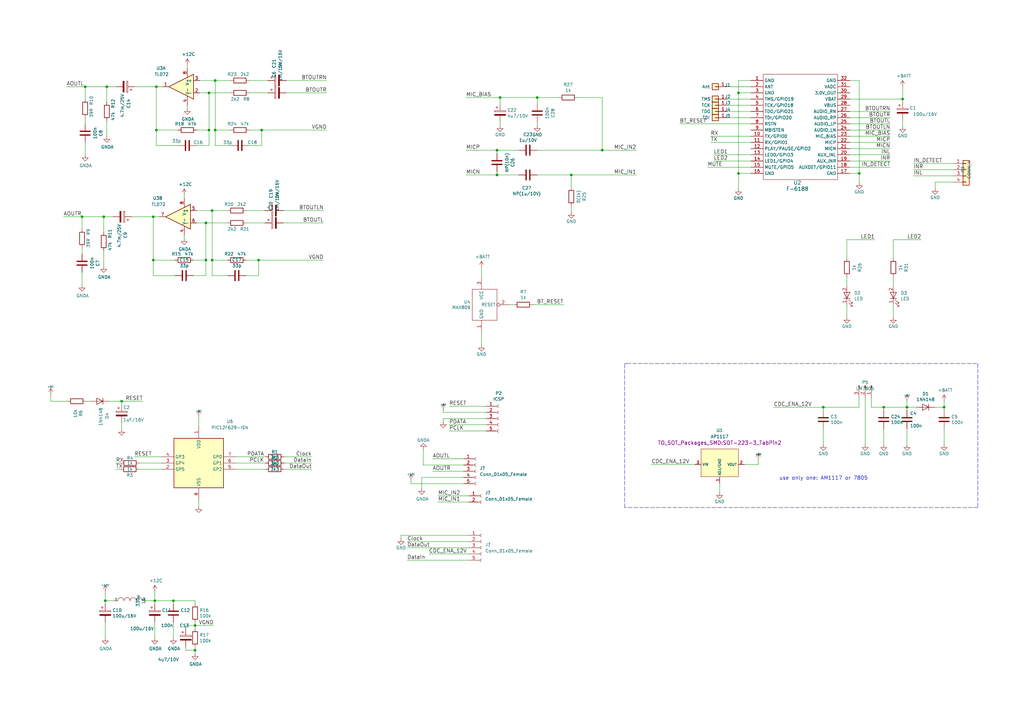
<source format=kicad_sch>
(kicad_sch (version 20211123) (generator eeschema)
  (paper "A3")
  (title_block (date "12 mar 2014"))
  (junction (at 362.458 167.005))
  (junction (at 34.925 35.56))
  (junction (at 107.315 53.34))
  (junction (at 71.12 246.38))
  (junction (at 86.995 86.36))
  (junction (at 64.135 53.34))
  (junction (at 85.725 53.34))
  (junction (at 220.345 40.005))
  (junction (at 86.995 106.68))
  (junction (at 387.223 167.005))
  (junction (at 203.835 71.755))
  (junction (at 64.135 35.56))
  (junction (at 203.835 61.595))
  (junction (at 49.8856 164.5666))
  (junction (at 234.315 71.755))
  (junction (at 302.895 38.1))
  (junction (at 84.455 106.68))
  (junction (at 88.265 33.02))
  (junction (at 43.18 246.38))
  (junction (at 80.01 256.54))
  (junction (at 63.5 246.38))
  (junction (at 33.655 88.9))
  (junction (at 247.015 61.595))
  (junction (at 43.815 35.56))
  (junction (at 352.425 71.12))
  (junction (at 371.983 167.005))
  (junction (at 370.205 40.64))
  (junction (at 302.895 71.12))
  (junction (at 42.545 88.9))
  (junction (at 62.865 88.9))
  (junction (at 80.01 266.7))
  (junction (at 84.455 91.44))
  (junction (at 205.105 40.005))
  (junction (at 85.725 38.1))
  (junction (at 88.265 53.34))
  (junction (at 106.045 106.68))
  (junction (at 337.693 167.005))
  (junction (at 62.865 106.68))
  (wire (pts (xy 391.16 67.056) (xy 374.65 67.056)))
  (wire (pts (xy 84.455 91.44) (xy 93.345 91.44)))
  (wire (pts (xy 73.025 53.34) (xy 64.135 53.34)))
  (wire (pts (xy 84.455 91.44) (xy 84.455 106.68)))
  (wire (pts (xy 348.615 53.34) (xy 365.125 53.34)))
  (wire (pts (xy 49.8856 164.5666) (xy 58.547 164.5666)))
  (wire (pts (xy 387.223 164.465) (xy 387.223 167.005)))
  (wire (pts (xy 81.5086 205.1558) (xy 81.5086 207.6958)))
  (wire (pts (xy 63.5 242.57) (xy 63.5 246.38)))
  (wire (pts (xy 307.975 55.88) (xy 291.465 55.88)))
  (wire (pts (xy 20.828 164.5666) (xy 27.686 164.5666)))
  (wire (pts (xy 49.8856 164.5666) (xy 49.8856 165.8366)))
  (wire (pts (xy 33.655 101.6) (xy 33.655 104.14)))
  (polyline (pts (xy 257.175 149.098) (xy 401.066 149.098)) (stroke (width 0) (type dash)))
  (wire (pts (xy 220.345 42.545) (xy 220.345 40.005)))
  (wire (pts (xy 20.828 161.8996) (xy 20.828 164.5666)))
  (wire (pts (xy 88.265 53.34) (xy 88.265 59.69)))
  (wire (pts (xy 80.645 53.34) (xy 85.725 53.34)))
  (wire (pts (xy 71.12 246.38) (xy 80.01 246.38)))
  (wire (pts (xy 106.045 113.03) (xy 106.045 106.68)))
  (wire (pts (xy 181.8132 168.1988) (xy 181.8132 169.1386)))
  (wire (pts (xy 352.425 71.12) (xy 352.425 33.02)))
  (wire (pts (xy 164.465 219.583) (xy 164.465 220.853)))
  (wire (pts (xy 387.223 167.005) (xy 387.223 168.275)))
  (wire (pts (xy 33.655 116.84) (xy 33.655 111.76)))
  (wire (pts (xy 298.45 43.18) (xy 307.975 43.18)))
  (wire (pts (xy 71.12 246.38) (xy 71.12 247.65)))
  (wire (pts (xy 173.6344 190.7286) (xy 190.1444 190.7286)))
  (wire (pts (xy 362.458 167.005) (xy 362.458 168.275)))
  (wire (pts (xy 167.005 222.123) (xy 192.405 222.123)))
  (wire (pts (xy 84.455 106.68) (xy 84.455 113.03)))
  (wire (pts (xy 42.545 88.9) (xy 46.355 88.9)))
  (wire (pts (xy 347.345 124.968) (xy 347.345 130.048)))
  (wire (pts (xy 132.715 91.44) (xy 116.205 91.44)))
  (wire (pts (xy 62.865 88.9) (xy 62.865 106.68)))
  (polyline (pts (xy 256.159 208.153) (xy 256.159 149.098)) (stroke (width 0) (type dash)))
  (wire (pts (xy 383.54 74.676) (xy 391.16 74.676)))
  (wire (pts (xy 80.01 256.54) (xy 87.63 256.54)))
  (wire (pts (xy 191.135 40.005) (xy 205.105 40.005)))
  (wire (pts (xy 307.975 38.1) (xy 302.895 38.1)))
  (wire (pts (xy 347.345 105.918) (xy 347.345 98.298)))
  (wire (pts (xy 357.378 163.195) (xy 357.378 167.005)))
  (wire (pts (xy 234.315 86.995) (xy 234.315 84.455)))
  (wire (pts (xy 311.023 188.595) (xy 311.023 190.5)))
  (wire (pts (xy 203.835 61.595) (xy 191.135 61.595)))
  (wire (pts (xy 53.975 88.9) (xy 62.865 88.9)))
  (wire (pts (xy 43.815 41.91) (xy 43.815 35.56)))
  (wire (pts (xy 307.975 45.72) (xy 298.45 45.72)))
  (wire (pts (xy 44.7548 164.5666) (xy 49.8856 164.5666)))
  (wire (pts (xy 75.565 97.79) (xy 75.565 96.52)))
  (wire (pts (xy 71.12 255.27) (xy 71.12 261.62)))
  (wire (pts (xy 370.205 40.64) (xy 348.615 40.64)))
  (wire (pts (xy 197.485 113.538) (xy 197.485 109.728)))
  (wire (pts (xy 234.315 76.835) (xy 234.315 71.755)))
  (wire (pts (xy 100.965 86.36) (xy 108.585 86.36)))
  (wire (pts (xy 337.693 175.895) (xy 337.693 182.245)))
  (wire (pts (xy 81.5086 170.8658) (xy 81.5086 174.6758)))
  (wire (pts (xy 212.725 71.755) (xy 203.835 71.755)))
  (wire (pts (xy 337.693 167.005) (xy 352.298 167.005)))
  (wire (pts (xy 168.5544 198.3486) (xy 168.5544 197.0786)))
  (wire (pts (xy 164.465 219.583) (xy 192.405 219.583)))
  (wire (pts (xy 383.413 167.005) (xy 387.223 167.005)))
  (wire (pts (xy 133.985 33.02) (xy 117.475 33.02)))
  (wire (pts (xy 86.995 106.68) (xy 86.995 113.03)))
  (wire (pts (xy 88.265 33.02) (xy 88.265 53.34)))
  (wire (pts (xy 34.925 35.56) (xy 43.815 35.56)))
  (wire (pts (xy 85.725 38.1) (xy 85.725 53.34)))
  (wire (pts (xy 305.308 190.5) (xy 311.023 190.5)))
  (wire (pts (xy 203.835 62.865) (xy 203.835 61.595)))
  (wire (pts (xy 86.995 86.36) (xy 93.345 86.36)))
  (wire (pts (xy 102.235 59.69) (xy 107.315 59.69)))
  (wire (pts (xy 352.425 33.02) (xy 348.615 33.02)))
  (wire (pts (xy 199.4408 176.7586) (xy 184.2008 176.7586)))
  (wire (pts (xy 66.2686 192.4558) (xy 57.0738 192.4558)))
  (wire (pts (xy 179.6542 205.9178) (xy 192.3542 205.9178)))
  (wire (pts (xy 371.983 164.465) (xy 371.983 167.005)))
  (wire (pts (xy 307.975 66.04) (xy 292.735 66.04)))
  (wire (pts (xy 167.005 229.743) (xy 192.405 229.743)))
  (wire (pts (xy 348.615 66.04) (xy 365.125 66.04)))
  (wire (pts (xy 307.975 71.12) (xy 302.895 71.12)))
  (wire (pts (xy 298.45 48.26) (xy 307.975 48.26)))
  (wire (pts (xy 391.16 69.596) (xy 374.65 69.596)))
  (wire (pts (xy 199.4408 169.1386) (xy 181.8132 169.1386)))
  (wire (pts (xy 348.615 68.58) (xy 365.125 68.58)))
  (wire (pts (xy 85.725 38.1) (xy 94.615 38.1)))
  (wire (pts (xy 167.005 224.663) (xy 192.405 224.663)))
  (wire (pts (xy 76.2 265.43) (xy 76.2 266.7)))
  (wire (pts (xy 371.983 167.005) (xy 371.983 168.275)))
  (polyline (pts (xy 401.066 149.098) (xy 401.066 208.153)) (stroke (width 0) (type dash)))
  (wire (pts (xy 370.205 40.64) (xy 370.205 41.6814)))
  (wire (pts (xy 175.895 227.203) (xy 192.405 227.203)))
  (wire (pts (xy 76.835 26.67) (xy 76.835 27.94)))
  (wire (pts (xy 107.315 59.69) (xy 107.315 53.34)))
  (wire (pts (xy 64.135 35.56) (xy 64.135 53.34)))
  (wire (pts (xy 64.135 35.56) (xy 66.675 35.56)))
  (wire (pts (xy 62.865 106.68) (xy 62.865 113.03)))
  (wire (pts (xy 302.895 71.12) (xy 302.895 77.47)))
  (wire (pts (xy 75.565 80.01) (xy 75.565 81.28)))
  (wire (pts (xy 63.5 246.38) (xy 63.5 247.65)))
  (wire (pts (xy 205.105 51.435) (xy 205.105 50.165)))
  (wire (pts (xy 80.01 266.7) (xy 80.01 267.97)))
  (wire (pts (xy 348.615 50.8) (xy 365.125 50.8)))
  (wire (pts (xy 307.975 33.02) (xy 302.895 33.02)))
  (wire (pts (xy 34.925 63.5) (xy 34.925 58.42)))
  (wire (pts (xy 391.16 72.136) (xy 374.65 72.136)))
  (wire (pts (xy 80.645 86.36) (xy 86.995 86.36)))
  (wire (pts (xy 172.9994 200.2536) (xy 172.9994 195.8086)))
  (wire (pts (xy 362.458 167.005) (xy 371.983 167.005)))
  (wire (pts (xy 348.615 60.96) (xy 365.125 60.96)))
  (wire (pts (xy 348.615 55.88) (xy 365.125 55.88)))
  (wire (pts (xy 354.838 163.195) (xy 354.838 182.245)))
  (wire (pts (xy 348.615 45.72) (xy 365.125 45.72)))
  (wire (pts (xy 27.305 35.56) (xy 34.925 35.56)))
  (wire (pts (xy 203.835 70.485) (xy 203.835 71.755)))
  (wire (pts (xy 47.498 192.4558) (xy 49.4538 192.4558)))
  (wire (pts (xy 190.1444 188.1886) (xy 177.4444 188.1886)))
  (wire (pts (xy 278.765 50.8) (xy 307.975 50.8)))
  (wire (pts (xy 43.18 246.38) (xy 46.99 246.38)))
  (wire (pts (xy 43.18 242.57) (xy 43.18 246.38)))
  (polyline (pts (xy 256.159 149.098) (xy 257.175 149.098)) (stroke (width 0) (type dash)))
  (wire (pts (xy 352.298 163.195) (xy 352.298 167.005)))
  (wire (pts (xy 203.835 71.755) (xy 191.135 71.755)))
  (wire (pts (xy 66.2686 189.9158) (xy 57.1246 189.9158)))
  (wire (pts (xy 80.645 91.44) (xy 84.455 91.44)))
  (wire (pts (xy 102.235 33.02) (xy 109.855 33.02)))
  (wire (pts (xy 64.135 59.69) (xy 73.025 59.69)))
  (wire (pts (xy 100.965 91.44) (xy 108.585 91.44)))
  (wire (pts (xy 86.995 86.36) (xy 86.995 106.68)))
  (wire (pts (xy 199.4408 174.2186) (xy 184.2008 174.2186)))
  (wire (pts (xy 370.205 40.64) (xy 370.205 35.56)))
  (wire (pts (xy 205.105 40.005) (xy 220.345 40.005)))
  (wire (pts (xy 383.54 77.216) (xy 383.54 74.676)))
  (wire (pts (xy 366.395 98.298) (xy 377.825 98.298)))
  (wire (pts (xy 347.345 98.298) (xy 358.775 98.298)))
  (wire (pts (xy 108.8898 187.3758) (xy 96.7486 187.3758)))
  (wire (pts (xy 190.1444 193.2686) (xy 177.4444 193.2686)))
  (wire (pts (xy 96.7486 189.9158) (xy 108.8898 189.9158)))
  (wire (pts (xy 173.6344 184.3786) (xy 173.6344 190.7286)))
  (wire (pts (xy 88.265 59.69) (xy 94.615 59.69)))
  (wire (pts (xy 179.6542 203.3778) (xy 192.3542 203.3778)))
  (wire (pts (xy 63.5 246.38) (xy 71.12 246.38)))
  (wire (pts (xy 302.895 33.02) (xy 302.895 38.1)))
  (wire (pts (xy 102.235 53.34) (xy 107.315 53.34)))
  (wire (pts (xy 370.205 51.8414) (xy 370.205 49.3014)))
  (wire (pts (xy 80.01 256.54) (xy 80.01 257.81)))
  (wire (pts (xy 197.485 141.478) (xy 197.485 136.398)))
  (wire (pts (xy 35.306 164.5666) (xy 37.1348 164.5666)))
  (wire (pts (xy 96.7486 192.4558) (xy 108.8898 192.4558)))
  (wire (pts (xy 352.425 74.93) (xy 352.425 71.12)))
  (wire (pts (xy 43.18 255.27) (xy 43.18 261.62)))
  (wire (pts (xy 220.345 40.005) (xy 229.235 40.005)))
  (wire (pts (xy 85.725 59.69) (xy 80.645 59.69)))
  (wire (pts (xy 59.69 246.38) (xy 63.5 246.38)))
  (wire (pts (xy 362.458 175.895) (xy 362.458 182.245)))
  (wire (pts (xy 132.715 86.36) (xy 116.205 86.36)))
  (wire (pts (xy 387.223 182.245) (xy 387.223 175.895)))
  (wire (pts (xy 80.01 246.38) (xy 80.01 247.65)))
  (wire (pts (xy 93.345 106.68) (xy 86.995 106.68)))
  (wire (pts (xy 86.995 113.03) (xy 93.345 113.03)))
  (wire (pts (xy 366.395 105.918) (xy 366.395 98.298)))
  (wire (pts (xy 208.915 124.968) (xy 210.82 124.968)))
  (wire (pts (xy 34.925 40.64) (xy 34.925 35.56)))
  (wire (pts (xy 84.455 113.03) (xy 79.375 113.03)))
  (wire (pts (xy 79.375 106.68) (xy 84.455 106.68)))
  (wire (pts (xy 357.378 167.005) (xy 362.458 167.005)))
  (wire (pts (xy 43.815 55.88) (xy 43.815 49.53)))
  (wire (pts (xy 81.915 38.1) (xy 85.725 38.1)))
  (wire (pts (xy 348.615 71.12) (xy 352.425 71.12)))
  (wire (pts (xy 307.975 63.5) (xy 292.735 63.5)))
  (wire (pts (xy 220.345 51.435) (xy 220.345 50.165)))
  (wire (pts (xy 76.2 256.54) (xy 80.01 256.54)))
  (wire (pts (xy 371.983 167.005) (xy 375.793 167.005)))
  (wire (pts (xy 337.693 167.005) (xy 317.373 167.005)))
  (wire (pts (xy 116.5098 192.4558) (xy 127.8382 192.4558)))
  (wire (pts (xy 55.1434 187.3758) (xy 66.2686 187.3758)))
  (wire (pts (xy 302.895 38.1) (xy 302.895 71.12)))
  (wire (pts (xy 133.985 38.1) (xy 117.475 38.1)))
  (wire (pts (xy 55.245 35.56) (xy 64.135 35.56)))
  (wire (pts (xy 199.4408 171.6786) (xy 181.8132 171.6786)))
  (wire (pts (xy 81.915 33.02) (xy 88.265 33.02)))
  (wire (pts (xy 94.615 53.34) (xy 88.265 53.34)))
  (wire (pts (xy 307.975 58.42) (xy 291.465 58.42)))
  (wire (pts (xy 34.925 48.26) (xy 34.925 50.8)))
  (wire (pts (xy 307.975 40.64) (xy 298.45 40.64)))
  (wire (pts (xy 247.015 40.005) (xy 247.015 61.595)))
  (wire (pts (xy 88.265 33.02) (xy 94.615 33.02)))
  (wire (pts (xy 212.725 61.595) (xy 203.835 61.595)))
  (wire (pts (xy 116.5098 187.3758) (xy 127.8382 187.3758)))
  (wire (pts (xy 366.395 124.968) (xy 366.395 130.048)))
  (wire (pts (xy 107.315 53.34) (xy 133.985 53.34)))
  (wire (pts (xy 366.395 113.538) (xy 366.395 117.348)))
  (wire (pts (xy 42.545 109.22) (xy 42.545 102.87)))
  (wire (pts (xy 33.655 93.98) (xy 33.655 88.9)))
  (wire (pts (xy 231.14 124.968) (xy 218.44 124.968)))
  (wire (pts (xy 247.015 61.595) (xy 260.985 61.595)))
  (wire (pts (xy 64.135 53.34) (xy 64.135 59.69)))
  (wire (pts (xy 371.983 175.895) (xy 371.983 182.245)))
  (wire (pts (xy 76.835 44.45) (xy 76.835 43.18)))
  (wire (pts (xy 49.8856 175.9966) (xy 49.8856 173.4566)))
  (wire (pts (xy 199.4408 166.5986) (xy 184.2008 166.5986)))
  (polyline (pts (xy 401.066 208.153) (xy 256.159 208.153)) (stroke (width 0) (type dash)))
  (wire (pts (xy 205.105 42.545) (xy 205.105 40.005)))
  (wire (pts (xy 26.035 88.9) (xy 33.655 88.9)))
  (wire (pts (xy 168.5544 198.3486) (xy 190.1444 198.3486)))
  (wire (pts (xy 43.18 246.38) (xy 43.18 247.65)))
  (wire (pts (xy 47.5488 189.9158) (xy 49.5046 189.9158)))
  (wire (pts (xy 172.9994 195.8086) (xy 190.1444 195.8086)))
  (wire (pts (xy 307.975 68.58) (xy 290.195 68.58)))
  (wire (pts (xy 76.2 266.7) (xy 80.01 266.7)))
  (wire (pts (xy 295.148 198.12) (xy 295.148 201.93)))
  (wire (pts (xy 85.725 53.34) (xy 85.725 59.69)))
  (wire (pts (xy 33.655 88.9) (xy 42.545 88.9)))
  (wire (pts (xy 80.01 255.27) (xy 80.01 256.54)))
  (wire (pts (xy 106.045 106.68) (xy 132.715 106.68)))
  (wire (pts (xy 220.345 61.595) (xy 247.015 61.595)))
  (wire (pts (xy 234.315 71.755) (xy 260.985 71.755)))
  (wire (pts (xy 63.5 255.27) (xy 63.5 261.62)))
  (wire (pts (xy 307.975 35.56) (xy 298.45 35.56)))
  (wire (pts (xy 348.615 63.5) (xy 365.125 63.5)))
  (wire (pts (xy 348.615 48.26) (xy 365.125 48.26)))
  (wire (pts (xy 100.965 106.68) (xy 106.045 106.68)))
  (wire (pts (xy 348.615 58.42) (xy 365.125 58.42)))
  (wire (pts (xy 337.693 167.005) (xy 337.693 168.275)))
  (wire (pts (xy 62.865 113.03) (xy 71.755 113.03)))
  (wire (pts (xy 220.345 71.755) (xy 234.315 71.755)))
  (wire (pts (xy 62.865 88.9) (xy 65.405 88.9)))
  (wire (pts (xy 347.345 113.538) (xy 347.345 117.348)))
  (wire (pts (xy 181.8132 171.6786) (xy 181.8132 172.8978)))
  (wire (pts (xy 43.815 35.56) (xy 47.625 35.56)))
  (wire (pts (xy 236.855 40.005) (xy 247.015 40.005)))
  (wire (pts (xy 76.2 257.81) (xy 76.2 256.54)))
  (wire (pts (xy 102.235 38.1) (xy 109.855 38.1)))
  (wire (pts (xy 267.208 190.5) (xy 284.988 190.5)))
  (wire (pts (xy 116.5098 189.9158) (xy 127.8382 189.9158)))
  (wire (pts (xy 71.755 106.68) (xy 62.865 106.68)))
  (wire (pts (xy 80.01 265.43) (xy 80.01 266.7)))
  (wire (pts (xy 100.965 113.03) (xy 106.045 113.03)))
  (wire (pts (xy 42.545 95.25) (xy 42.545 88.9)))
  (text "use only one: AM1117 or 7805" (at 355.981 197.104 180) (effects (font (size 1.524 1.524)) (justify right bottom)))
  (label "LED1" (at 358.775 98.298 180) (effects (font (size 1.524 1.524))))
  (label "INL" (at 365.125 63.5 180) (effects (font (size 1.524 1.524))))
  (label "VGND" (at 87.63 256.54 180) (effects (font (size 1.524 1.524))))
  (label "PCLK" (at 108.3056 189.9158 180) (effects (font (size 1.524 1.524))))
  (label "AOUTL" (at 27.305 35.56 0) (effects (font (size 1.524 1.524))))
  (label "LED2" (at 292.735 66.04 0) (effects (font (size 1.524 1.524))))
  (label "PCLK" (at 184.2008 176.7586 0) (effects (font (size 1.524 1.524))))
  (label "MICN" (at 365.125 60.96 180) (effects (font (size 1.524 1.524))))
  (label "BTOUTLN" (at 365.125 53.34 180) (effects (font (size 1.524 1.524))))
  (label "DataOut" (at 127.8382 192.4558 180) (effects (font (size 1.524 1.524))))
  (label "RX" (at 47.5488 189.9158 0) (effects (font (size 1.524 1.524))))
  (label "BTOUTL" (at 365.125 50.8 180) (effects (font (size 1.524 1.524))))
  (label "BT_RESET" (at 278.765 50.8 0) (effects (font (size 1.524 1.524))))
  (label "TX" (at 291.465 58.42 0) (effects (font (size 1.524 1.524))))
  (label "MIC_IN2" (at 179.6542 203.3778 0) (effects (font (size 1.524 1.524))))
  (label "CDC_ENA_12V" (at 175.895 227.203 0) (effects (font (size 1.524 1.524))))
  (label "Clock" (at 127.8382 187.3758 180) (effects (font (size 1.524 1.524))))
  (label "BTOUTR" (at 133.985 38.1 180) (effects (font (size 1.524 1.524))))
  (label "PDATA" (at 184.2008 174.2186 0) (effects (font (size 1.524 1.524))))
  (label "AOUTR" (at 26.035 88.9 0) (effects (font (size 1.524 1.524))))
  (label "DataOut" (at 167.005 224.663 0) (effects (font (size 1.524 1.524))))
  (label "LED2" (at 377.825 98.298 180) (effects (font (size 1.524 1.524))))
  (label "MICN" (at 191.135 71.755 0) (effects (font (size 1.524 1.524))))
  (label "RX" (at 291.465 55.88 0) (effects (font (size 1.524 1.524))))
  (label "DataIn" (at 167.005 229.743 0) (effects (font (size 1.524 1.524))))
  (label "PDATA" (at 108.331 187.3758 180) (effects (font (size 1.524 1.524))))
  (label "IN_DETECT" (at 365.125 68.58 180) (effects (font (size 1.524 1.524))))
  (label "MICP" (at 191.135 61.595 0) (effects (font (size 1.524 1.524))))
  (label "AOUTL" (at 177.4444 188.1886 0) (effects (font (size 1.524 1.524))))
  (label "AOUTR" (at 177.4444 193.2686 0) (effects (font (size 1.524 1.524))))
  (label "BTOUTR" (at 365.125 48.26 180) (effects (font (size 1.524 1.524))))
  (label "CDC_ENA_12V" (at 267.208 190.5 0) (effects (font (size 1.524 1.524))))
  (label "MIC_IN1" (at 179.6542 205.9178 0) (effects (font (size 1.524 1.524))))
  (label "RESET" (at 184.2008 166.5986 0) (effects (font (size 1.524 1.524))))
  (label "VGND" (at 132.715 106.68 180) (effects (font (size 1.524 1.524))))
  (label "INR" (at 374.65 69.596 0) (effects (font (size 1.524 1.524))))
  (label "INR" (at 365.125 66.04 180) (effects (font (size 1.524 1.524))))
  (label "MIC_BIAS" (at 365.125 55.88 180) (effects (font (size 1.524 1.524))))
  (label "RESET" (at 58.547 164.5666 180) (effects (font (size 1.524 1.524))))
  (label "MIC_BIAS" (at 191.135 40.005 0) (effects (font (size 1.524 1.524))))
  (label "Clock" (at 167.005 222.123 0) (effects (font (size 1.524 1.524))))
  (label "BTOUTRN" (at 365.125 45.72 180) (effects (font (size 1.524 1.524))))
  (label "VGND" (at 133.985 53.34 180) (effects (font (size 1.524 1.524))))
  (label "RESET" (at 55.1434 187.3758 0) (effects (font (size 1.524 1.524))))
  (label "MUTE" (at 290.195 68.58 0) (effects (font (size 1.524 1.524))))
  (label "DataIn" (at 127.8382 189.9158 180) (effects (font (size 1.524 1.524))))
  (label "MIC_IN1" (at 260.985 71.755 180) (effects (font (size 1.524 1.524))))
  (label "BTOUTRN" (at 133.985 33.02 180) (effects (font (size 1.524 1.524))))
  (label "MIC_IN2" (at 260.985 61.595 180) (effects (font (size 1.524 1.524))))
  (label "INL" (at 374.65 72.136 0) (effects (font (size 1.524 1.524))))
  (label "MICP" (at 365.125 58.42 180) (effects (font (size 1.524 1.524))))
  (label "BTOUTL" (at 132.715 91.44 180) (effects (font (size 1.524 1.524))))
  (label "LED1" (at 292.735 63.5 0) (effects (font (size 1.524 1.524))))
  (label "IN_DETECT" (at 374.65 67.056 0) (effects (font (size 1.524 1.524))))
  (label "BTOUTLN" (at 132.715 86.36 180) (effects (font (size 1.524 1.524))))
  (label "TX" (at 47.498 192.4558 0) (effects (font (size 1.524 1.524))))
  (label "CDC_ENA_12V" (at 317.373 167.005 0) (effects (font (size 1.524 1.524))))
  (label "BT_RESET" (at 231.14 124.968 180) (effects (font (size 1.524 1.524))))
  (symbol (lib_id "Device:R") (at 112.6998 189.9158 90) (unit 1)
    (property "Reference" "R2" (at 112.6994 187.8842 90))
    (property "Value" "3k3" (at 112.6998 189.9158 90))
    (property "Footprint" "Resistors_SMD:R_0805_HandSoldering" (effects hide))
  )
  (symbol (lib_id "Device:R") (at 112.6998 187.3758 90) (unit 1)
    (property "Reference" "R1" (at 112.6994 185.3442 90))
    (property "Value" "3k3" (at 112.6998 187.3758 90))
    (property "Footprint" "Resistors_SMD:R_0805_HandSoldering" (effects hide))
  )
  (symbol (lib_id "Device:R") (at 112.6998 192.4558 90) (unit 1)
    (property "Reference" "R5" (at 112.6994 190.4242 90))
    (property "Value" "3k3" (at 112.6998 192.4558 90))
    (property "Footprint" "Resistors_SMD:R_0805_HandSoldering" (effects hide))
  )
  (symbol (lib_id "vwcdpic-rescue:GND") (at 81.5086 207.6958 0) (unit 1)
    (property "Reference" "#PWR04" (effects hide))
    (property "Value" "GND" (effects hide))
  )
  (symbol (lib_id "Device:R") (at 31.496 164.5666 270) (unit 1)
    (property "Reference" "R6" (at 33.1214 169.5198 0))
    (property "Value" "10k" (at 30.9372 169.5958 0))
    (property "Footprint" "Resistors_SMD:R_0805_HandSoldering" (effects hide))
  )
  (symbol (lib_id "atmegax8_with_bluetooth-rescue:C-RESCUE-atmegax8_with_bluetooth") (at 337.693 172.085 0) (unit 1)
    (property "Reference" "C3" (at 340.614 170.9166 0) (effects (justify left)))
    (property "Value" "100n" (at 340.614 173.2534 0) (effects (justify left)))
    (property "Footprint" "Capacitors_SMD:C_0805_HandSoldering" (effects hide))
  )
  (symbol (lib_id "atmegax8_with_bluetooth-rescue:C-RESCUE-atmegax8_with_bluetooth") (at 371.983 172.085 0) (unit 1)
    (property "Reference" "C4" (at 373.253 169.545 0) (effects (justify left)))
    (property "Value" "100n" (at 373.253 174.625 0) (effects (justify left)))
    (property "Footprint" "Capacitors_SMD:C_0805_HandSoldering" (effects hide))
  )
  (symbol (lib_id "atmegax8_with_bluetooth-rescue:+5V-RESCUE-atmegax8_with_bluetooth") (at 371.983 164.465 0) (unit 1)
    (property "Reference" "#PWR03" (effects hide))
    (property "Value" "+5V" (at 371.983 162.179 0) (effects (font (size 0.762 0.762))))
  )
  (symbol (lib_id "atmegax8_with_bluetooth-rescue:+12V-RESCUE-atmegax8_with_bluetooth") (at 43.18 242.57 0) (unit 1)
    (property "Reference" "#PWR02" (effects hide))
    (property "Value" "+12V" (at 43.18 240.03 0) (effects (font (size 0.762 0.762))))
  )
  (symbol (lib_id "atmegax8_with_bluetooth-rescue:+12V-RESCUE-atmegax8_with_bluetooth") (at 168.5544 197.0786 0) (unit 1)
    (property "Reference" "#PWR05" (effects hide))
    (property "Value" "+12V" (at 168.5544 194.5386 0) (effects (font (size 0.762 0.762))))
  )
  (symbol (lib_id "vwcdpic-rescue:CP") (at 49.8856 169.6466 0) (unit 1)
    (property "Reference" "C2" (at 50.5202 167.1062 0) (effects (justify left)))
    (property "Value" "1uF/16V" (at 50.5206 172.1866 0) (effects (justify left)))
    (property "Footprint" "Capacitors_SMD:C_0805_HandSoldering" (effects hide))
  )
  (symbol (lib_id "vwcdpic-rescue:GND") (at 49.8856 175.9966 0) (unit 1)
    (property "Reference" "#PWR07" (effects hide))
    (property "Value" "GND" (effects hide))
  )
  (symbol (lib_id "atmegax8_with_bluetooth-rescue:GND-RESCUE-atmegax8_with_bluetooth") (at 337.693 182.245 0) (unit 1)
    (property "Reference" "#PWR08" (effects hide))
    (property "Value" "GND" (at 337.693 186.055 0))
  )
  (symbol (lib_id "atmegax8_with_bluetooth-rescue:GND-RESCUE-atmegax8_with_bluetooth") (at 354.838 182.245 0) (unit 1)
    (property "Reference" "#PWR09" (effects hide))
    (property "Value" "GND" (at 354.838 186.055 0))
  )
  (symbol (lib_id "atmegax8_with_bluetooth-rescue:GND-RESCUE-atmegax8_with_bluetooth") (at 371.983 182.245 0) (unit 1)
    (property "Reference" "#PWR010" (effects hide))
    (property "Value" "GND" (at 371.983 186.055 0))
  )
  (symbol (lib_id "atmegax8_with_bluetooth-rescue:GND-RESCUE-atmegax8_with_bluetooth") (at 164.465 220.853 0) (unit 1)
    (property "Reference" "#PWR011" (effects hide))
    (property "Value" "GND" (at 164.465 224.663 0))
  )
  (symbol (lib_id "atmegax8_with_bluetooth-rescue:D-RESCUE-atmegax8_with_bluetooth") (at 379.603 167.005 180) (unit 1)
    (property "Reference" "D1" (at 379.603 161.5186 0))
    (property "Value" "1N4148" (at 379.603 163.8554 0))
    (property "Footprint" "Diodes_SMD:D_MiniMELF" (effects hide))
  )
  (symbol (lib_id "atmegax8_with_bluetooth-rescue:+BATT-RESCUE-atmegax8_with_bluetooth") (at 387.223 164.465 0) (unit 1)
    (property "Reference" "#PWR014" (effects hide))
    (property "Value" "+BATT" (at 387.6802 160.0454 0))
  )
  (symbol (lib_id "atmegax8_with_bluetooth-rescue:+BATT-RESCUE-atmegax8_with_bluetooth") (at 370.205 35.56 0) (unit 1)
    (property "Reference" "#PWR015" (effects hide))
    (property "Value" "+BATT" (at 370.6622 31.1404 0))
  )
  (symbol (lib_id "atmegax8_with_bluetooth-rescue:C-RESCUE-atmegax8_with_bluetooth") (at 387.223 172.085 0) (unit 1)
    (property "Reference" "C5" (at 390.144 170.9166 0) (effects (justify left)))
    (property "Value" "100n" (at 390.144 173.2534 0) (effects (justify left)))
    (property "Footprint" "Capacitors_SMD:C_0805_HandSoldering" (effects hide))
  )
  (symbol (lib_id "atmegax8_with_bluetooth-rescue:GND-RESCUE-atmegax8_with_bluetooth") (at 387.223 182.245 0) (unit 1)
    (property "Reference" "#PWR016" (effects hide))
    (property "Value" "GND" (at 387.223 186.055 0))
  )
  (symbol (lib_id "atmegax8_with_bluetooth-rescue:R-RESCUE-atmegax8_with_bluetooth") (at 214.63 124.968 90) (unit 1)
    (property "Reference" "R7" (at 214.63 119.6848 90))
    (property "Value" "1k" (at 214.63 122.022 90))
    (property "Footprint" "Resistors_SMD:R_0805_HandSoldering" (effects hide))
  )
  (symbol (lib_id "atmegax8_with_bluetooth-rescue:GND-RESCUE-atmegax8_with_bluetooth") (at 197.485 141.478 0) (unit 1)
    (property "Reference" "#PWR017" (effects hide))
    (property "Value" "GND" (at 197.485 145.288 0))
  )
  (symbol (lib_id "atmegax8_with_bluetooth-rescue:+BATT-RESCUE-atmegax8_with_bluetooth") (at 197.485 109.728 0) (unit 1)
    (property "Reference" "#PWR018" (effects hide))
    (property "Value" "+BATT" (at 197.9422 105.3084 0))
  )
  (symbol (lib_id "Connector:Conn_01x05_Female") (at 204.5208 171.6786 0) (unit 1)
    (property "Reference" "P2" (at 204.5208 161.3154 0))
    (property "Value" "ICSP" (at 204.5208 163.6522 0))
    (property "Footprint" "Pin_Headers.pretty:Pin_Header_Straight_1x05" (effects hide))
  )
  (symbol (lib_id "atmegax8_with_bluetooth-rescue:LM358-RESCUE-atmegax8_with_bluetooth") (at 74.295 35.56 0) (mirror y) (unit 1)
    (property "Reference" "U3" (at 67.945 27.94 0) (effects (justify left)))
    (property "Value" "TL072" (at 69.215 30.48 0) (effects (justify left)))
    (property "Footprint" "SMD_Packages:SOIC-8-N" (effects hide))
  )
  (symbol (lib_id "atmegax8_with_bluetooth-rescue:INDUCTOR-RESCUE-atmegax8_with_bluetooth") (at 53.34 246.38 0) (unit 1)
    (property "Reference" "L1" (at 58.8518 246.38 90))
    (property "Value" "330u" (at 56.515 246.38 90))
    (property "Footprint" "SMD_Packages:SMD-1210_Pol" (effects hide))
  )
  (symbol (lib_id "atmegax8_with_bluetooth-rescue:R-RESCUE-atmegax8_with_bluetooth") (at 80.01 251.46 180) (unit 1)
    (property "Reference" "R16" (at 81.788 250.2916 0) (effects (justify right)))
    (property "Value" "100k" (at 81.788 252.6284 0) (effects (justify right)))
    (property "Footprint" "Resistors_SMD:R_0805_HandSoldering" (effects hide))
  )
  (symbol (lib_id "atmegax8_with_bluetooth-rescue:R-RESCUE-atmegax8_with_bluetooth") (at 80.01 261.62 180) (unit 1)
    (property "Reference" "R17" (at 81.788 260.4516 0) (effects (justify right)))
    (property "Value" "100k" (at 81.788 262.7884 0) (effects (justify right)))
    (property "Footprint" "Resistors_SMD:R_0805_HandSoldering" (effects hide))
  )
  (symbol (lib_id "atmegax8_with_bluetooth-rescue:C-RESCUE-atmegax8_with_bluetooth") (at 71.12 251.46 0) (unit 1)
    (property "Reference" "C12" (at 74.041 250.2916 0) (effects (justify left)))
    (property "Value" "100n" (at 66.04 256.54 0) (effects (justify left)))
    (property "Footprint" "Capacitors_SMD:C_0805_HandSoldering" (effects hide))
  )
  (symbol (lib_id "atmegax8_with_bluetooth-rescue:CP-RESCUE-atmegax8_with_bluetooth") (at 63.5 251.46 0) (unit 1)
    (property "Reference" "C11" (at 66.421 250.2916 0) (effects (justify left)))
    (property "Value" "100u/16V" (at 53.34 257.81 0) (effects (justify left)))
    (property "Footprint" "Capacitors_Tantalum_SMD:CP_Tantalum_Case-D_EIA-7343-31_Hand" (effects hide))
  )
  (symbol (lib_id "atmegax8_with_bluetooth-rescue:GNDA-RESCUE-atmegax8_with_bluetooth") (at 173.6344 184.3786 180) (unit 1)
    (property "Reference" "#PWR021" (effects hide))
    (property "Value" "GNDA" (at 173.6344 180.5686 0))
  )
  (symbol (lib_id "Device:CP") (at 43.18 251.46 0) (unit 1)
    (property "Reference" "C10" (at 46.101 250.2916 0) (effects (justify left)))
    (property "Value" "100u/16V" (at 46.101 252.6284 0) (effects (justify left)))
    (property "Footprint" "Capacitors_Tantalum_SMD:CP_Tantalum_Case-D_EIA-7343-31_Hand" (effects hide))
  )
  (symbol (lib_id "atmegax8_with_bluetooth-rescue:CP-RESCUE-atmegax8_with_bluetooth") (at 76.2 261.62 0) (unit 1)
    (property "Reference" "C13" (at 73.66 256.54 0) (effects (justify left)))
    (property "Value" "4u7/10V" (at 64.77 270.51 0) (effects (justify left)))
    (property "Footprint" "Capacitors_Tantalum_SMD.pretty:TantalC_SizeA_EIA-3216_Wave" (effects hide))
  )
  (symbol (lib_id "atmegax8_with_bluetooth-rescue:CP-RESCUE-atmegax8_with_bluetooth") (at 113.665 38.1 90) (mirror x) (unit 1)
    (property "Reference" "C6" (at 112.395 29.21 0) (effects (justify left)))
    (property "Value" "1m/16V" (at 114.935 25.4 0) (effects (justify left)))
    (property "Footprint" "Capacitors_SMD:CP_Elec_5x5.8" (effects hide))
  )
  (symbol (lib_id "atmegax8_with_bluetooth-rescue:R-RESCUE-atmegax8_with_bluetooth") (at 98.425 38.1 90) (mirror x) (unit 1)
    (property "Reference" "R8" (at 99.695 40.64 90) (effects (justify right)))
    (property "Value" "2k2" (at 94.615 40.64 90) (effects (justify right)))
    (property "Footprint" "Resistors_SMD:R_0805_HandSoldering" (effects hide))
  )
  (symbol (lib_id "atmegax8_with_bluetooth-rescue:+12C-RESCUE-atmegax8_with_bluetooth") (at 63.5 242.57 0) (unit 1)
    (property "Reference" "#PWR023" (effects hide))
    (property "Value" "+12C" (at 63.9572 238.1504 0))
  )
  (symbol (lib_id "atmegax8_with_bluetooth-rescue:GNDA-RESCUE-atmegax8_with_bluetooth") (at 63.5 261.62 0) (unit 1)
    (property "Reference" "#PWR025" (effects hide))
    (property "Value" "GNDA" (at 63.7032 266.0396 0))
  )
  (symbol (lib_id "atmegax8_with_bluetooth-rescue:GNDA-RESCUE-atmegax8_with_bluetooth") (at 71.12 261.62 0) (unit 1)
    (property "Reference" "#PWR026" (effects hide))
    (property "Value" "GNDA" (at 71.3232 266.0396 0))
  )
  (symbol (lib_id "atmegax8_with_bluetooth-rescue:GNDA-RESCUE-atmegax8_with_bluetooth") (at 80.01 267.97 0) (unit 1)
    (property "Reference" "#PWR027" (effects hide))
    (property "Value" "GNDA" (at 80.2132 272.3896 0))
  )
  (symbol (lib_id "atmegax8_with_bluetooth-rescue:CP-RESCUE-atmegax8_with_bluetooth") (at 113.665 33.02 90) (mirror x) (unit 1)
    (property "Reference" "C21" (at 112.395 24.13 0) (effects (justify left)))
    (property "Value" "1m/16V" (at 114.935 20.32 0) (effects (justify left)))
    (property "Footprint" "Capacitors_SMD:CP_Elec_5x5.8" (effects hide))
  )
  (symbol (lib_id "atmegax8_with_bluetooth-rescue:R-RESCUE-atmegax8_with_bluetooth") (at 98.425 33.02 270) (mirror x) (unit 1)
    (property "Reference" "R23" (at 97.155 30.48 90) (effects (justify right)))
    (property "Value" "2k2" (at 102.235 30.48 90) (effects (justify right)))
    (property "Footprint" "Resistors_SMD:R_0805_HandSoldering" (effects hide))
  )
  (symbol (lib_id "atmegax8_with_bluetooth-rescue:R-RESCUE-atmegax8_with_bluetooth") (at 98.425 53.34 270) (mirror x) (unit 1)
    (property "Reference" "R24" (at 97.155 50.8 90) (effects (justify right)))
    (property "Value" "47k" (at 102.235 50.8 90) (effects (justify right)))
    (property "Footprint" "Resistors_SMD:R_0805_HandSoldering" (effects hide))
  )
  (symbol (lib_id "atmegax8_with_bluetooth-rescue:R-RESCUE-atmegax8_with_bluetooth") (at 76.835 53.34 270) (mirror x) (unit 1)
    (property "Reference" "R18" (at 75.565 50.8 90) (effects (justify right)))
    (property "Value" "47k" (at 80.645 50.8 90) (effects (justify right)))
    (property "Footprint" "Resistors_SMD:R_0805_HandSoldering" (effects hide))
  )
  (symbol (lib_id "atmegax8_with_bluetooth-rescue:CP-RESCUE-atmegax8_with_bluetooth") (at 51.435 35.56 270) (mirror x) (unit 1)
    (property "Reference" "C14" (at 52.705 44.45 0) (effects (justify left)))
    (property "Value" "4.7m/25V" (at 50.165 48.26 0) (effects (justify left)))
    (property "Footprint" "Capacitors_SMD:c_elec_6.3x5.7" (effects hide))
  )
  (symbol (lib_id "atmegax8_with_bluetooth-rescue:C-RESCUE-atmegax8_with_bluetooth") (at 76.835 59.69 90) (unit 1)
    (property "Reference" "C16" (at 81.28 58.42 90))
    (property "Value" "33p" (at 72.39 57.785 90))
    (property "Footprint" "Capacitors_SMD:C_0805_HandSoldering" (effects hide))
  )
  (symbol (lib_id "atmegax8_with_bluetooth-rescue:C-RESCUE-atmegax8_with_bluetooth") (at 98.425 59.69 90) (unit 1)
    (property "Reference" "C18" (at 103.505 58.42 90))
    (property "Value" "33p" (at 93.345 58.42 90))
    (property "Footprint" "Capacitors_SMD:C_0805_HandSoldering" (effects hide))
  )
  (symbol (lib_id "atmegax8_with_bluetooth-rescue:+12C-RESCUE-atmegax8_with_bluetooth") (at 76.835 26.67 0) (unit 1)
    (property "Reference" "#PWR030" (effects hide))
    (property "Value" "+12C" (at 77.2922 22.2504 0))
  )
  (symbol (lib_id "atmegax8_with_bluetooth-rescue:GNDA-RESCUE-atmegax8_with_bluetooth") (at 76.835 44.45 0) (unit 1)
    (property "Reference" "#PWR031" (effects hide))
    (property "Value" "GNDA" (at 77.0382 48.8696 0))
  )
  (symbol (lib_id "atmegax8_with_bluetooth-rescue:R-RESCUE-atmegax8_with_bluetooth") (at 43.815 45.72 0) (mirror x) (unit 1)
    (property "Reference" "R12" (at 46.355 44.45 90) (effects (justify right)))
    (property "Value" "47k" (at 46.355 49.53 90) (effects (justify right)))
    (property "Footprint" "Resistors_SMD:R_0805_HandSoldering" (effects hide))
  )
  (symbol (lib_id "atmegax8_with_bluetooth-rescue:GNDA-RESCUE-atmegax8_with_bluetooth") (at 43.815 55.88 0) (unit 1)
    (property "Reference" "#PWR032" (effects hide))
    (property "Value" "GNDA" (at 44.0182 60.2996 0))
  )
  (symbol (lib_id "atmegax8_with_bluetooth-rescue:C-RESCUE-atmegax8_with_bluetooth") (at 34.925 54.61 0) (unit 1)
    (property "Reference" "C8" (at 41.3512 54.61 90))
    (property "Value" "100n" (at 39.0144 54.61 90))
    (property "Footprint" "Capacitors_SMD:C_0805_HandSoldering" (effects hide))
  )
  (symbol (lib_id "atmegax8_with_bluetooth-rescue:R-RESCUE-atmegax8_with_bluetooth") (at 34.925 44.45 0) (mirror x) (unit 1)
    (property "Reference" "R10" (at 37.465 43.18 90) (effects (justify right)))
    (property "Value" "39R" (at 37.465 48.26 90) (effects (justify right)))
    (property "Footprint" "Resistors_SMD:R_0805_HandSoldering" (effects hide))
  )
  (symbol (lib_id "atmegax8_with_bluetooth-rescue:GNDA-RESCUE-atmegax8_with_bluetooth") (at 34.925 63.5 0) (unit 1)
    (property "Reference" "#PWR033" (effects hide))
    (property "Value" "GNDA" (at 35.1282 67.9196 0))
  )
  (symbol (lib_id "atmegax8_with_bluetooth-rescue:CP-RESCUE-atmegax8_with_bluetooth") (at 112.395 91.44 90) (mirror x) (unit 1)
    (property "Reference" "C20" (at 111.125 82.55 0) (effects (justify left)))
    (property "Value" "1m/16V" (at 113.665 78.74 0) (effects (justify left)))
    (property "Footprint" "Capacitors_SMD:CP_Elec_5x5.8" (effects hide))
  )
  (symbol (lib_id "atmegax8_with_bluetooth-rescue:R-RESCUE-atmegax8_with_bluetooth") (at 97.155 91.44 90) (mirror x) (unit 1)
    (property "Reference" "R21" (at 98.425 93.98 90) (effects (justify right)))
    (property "Value" "2k2" (at 93.345 93.98 90) (effects (justify right)))
    (property "Footprint" "Resistors_SMD:R_0805_HandSoldering" (effects hide))
  )
  (symbol (lib_id "atmegax8_with_bluetooth-rescue:CP-RESCUE-atmegax8_with_bluetooth") (at 112.395 86.36 90) (mirror x) (unit 1)
    (property "Reference" "C19" (at 111.125 77.47 0) (effects (justify left)))
    (property "Value" "1m/16V" (at 113.665 73.66 0) (effects (justify left)))
    (property "Footprint" "Capacitors_SMD:CP_Elec_5x5.8" (effects hide))
  )
  (symbol (lib_id "atmegax8_with_bluetooth-rescue:R-RESCUE-atmegax8_with_bluetooth") (at 97.155 86.36 270) (mirror x) (unit 1)
    (property "Reference" "R20" (at 95.885 83.82 90) (effects (justify right)))
    (property "Value" "2k2" (at 100.965 83.82 90) (effects (justify right)))
    (property "Footprint" "Resistors_SMD:R_0805_HandSoldering" (effects hide))
  )
  (symbol (lib_id "atmegax8_with_bluetooth-rescue:R-RESCUE-atmegax8_with_bluetooth") (at 97.155 106.68 270) (mirror x) (unit 1)
    (property "Reference" "R22" (at 95.885 104.14 90) (effects (justify right)))
    (property "Value" "47k" (at 100.965 104.14 90) (effects (justify right)))
    (property "Footprint" "Resistors_SMD:R_0805_HandSoldering" (effects hide))
  )
  (symbol (lib_id "atmegax8_with_bluetooth-rescue:R-RESCUE-atmegax8_with_bluetooth") (at 75.565 106.68 270) (mirror x) (unit 1)
    (property "Reference" "R15" (at 74.295 104.14 90) (effects (justify right)))
    (property "Value" "47k" (at 79.375 104.14 90) (effects (justify right)))
    (property "Footprint" "Resistors_SMD:R_0805_HandSoldering" (effects hide))
  )
  (symbol (lib_id "atmegax8_with_bluetooth-rescue:CP-RESCUE-atmegax8_with_bluetooth") (at 50.165 88.9 270) (mirror x) (unit 1)
    (property "Reference" "C9" (at 51.435 97.79 0) (effects (justify left)))
    (property "Value" "4.7m/25V" (at 48.895 101.6 0) (effects (justify left)))
    (property "Footprint" "Capacitors_SMD:c_elec_6.3x5.7" (effects hide))
  )
  (symbol (lib_id "atmegax8_with_bluetooth-rescue:C-RESCUE-atmegax8_with_bluetooth") (at 75.565 113.03 90) (unit 1)
    (property "Reference" "C15" (at 75.565 106.6038 90))
    (property "Value" "33p" (at 75.565 108.9406 90))
    (property "Footprint" "Capacitors_SMD:C_0805_HandSoldering" (effects hide))
  )
  (symbol (lib_id "atmegax8_with_bluetooth-rescue:C-RESCUE-atmegax8_with_bluetooth") (at 97.155 113.03 90) (unit 1)
    (property "Reference" "C17" (at 97.155 106.6038 90))
    (property "Value" "33p" (at 97.155 108.9406 90))
    (property "Footprint" "Capacitors_SMD:C_0805_HandSoldering" (effects hide))
  )
  (symbol (lib_id "atmegax8_with_bluetooth-rescue:+12C-RESCUE-atmegax8_with_bluetooth") (at 75.565 80.01 0) (unit 1)
    (property "Reference" "#PWR034" (effects hide))
    (property "Value" "+12C" (at 76.0222 75.5904 0))
  )
  (symbol (lib_id "atmegax8_with_bluetooth-rescue:GNDA-RESCUE-atmegax8_with_bluetooth") (at 75.565 97.79 0) (unit 1)
    (property "Reference" "#PWR035" (effects hide))
    (property "Value" "GNDA" (at 75.7682 102.2096 0))
  )
  (symbol (lib_id "atmegax8_with_bluetooth-rescue:R-RESCUE-atmegax8_with_bluetooth") (at 42.545 99.06 0) (mirror x) (unit 1)
    (property "Reference" "R11" (at 45.085 97.79 90) (effects (justify right)))
    (property "Value" "47k" (at 45.085 102.87 90) (effects (justify right)))
    (property "Footprint" "Resistors_SMD:R_0805_HandSoldering" (effects hide))
  )
  (symbol (lib_id "atmegax8_with_bluetooth-rescue:GNDA-RESCUE-atmegax8_with_bluetooth") (at 42.545 109.22 0) (unit 1)
    (property "Reference" "#PWR036" (effects hide))
    (property "Value" "GNDA" (at 42.7482 113.6396 0))
  )
  (symbol (lib_id "atmegax8_with_bluetooth-rescue:C-RESCUE-atmegax8_with_bluetooth") (at 33.655 107.95 0) (unit 1)
    (property "Reference" "C7" (at 40.0812 107.95 90))
    (property "Value" "100n" (at 37.7444 107.95 90))
    (property "Footprint" "Capacitors_SMD:C_0805_HandSoldering" (effects hide))
  )
  (symbol (lib_id "atmegax8_with_bluetooth-rescue:R-RESCUE-atmegax8_with_bluetooth") (at 33.655 97.79 0) (mirror x) (unit 1)
    (property "Reference" "R9" (at 36.195 96.52 90) (effects (justify right)))
    (property "Value" "39R" (at 36.195 101.6 90) (effects (justify right)))
    (property "Footprint" "Resistors_SMD:R_0805_HandSoldering" (effects hide))
  )
  (symbol (lib_id "atmegax8_with_bluetooth-rescue:GNDA-RESCUE-atmegax8_with_bluetooth") (at 33.655 116.84 0) (unit 1)
    (property "Reference" "#PWR037" (effects hide))
    (property "Value" "GNDA" (at 33.8582 121.2596 0))
  )
  (symbol (lib_name "Device:CP_1") (lib_id "Device:CP") (at 205.105 46.355 0) (unit 1)
    (property "Reference" "C22" (at 208.026 45.1866 0) (effects (justify left)))
    (property "Value" "4u7/10V" (at 208.026 47.5234 0) (effects (justify left)))
    (property "Footprint" "Capacitors_Tantalum_SMD.pretty:TantalC_SizeA_EIA-3216_Wave" (effects hide))
  )
  (symbol (lib_id "atmegax8_with_bluetooth-rescue:R-RESCUE-atmegax8_with_bluetooth") (at 233.045 40.005 270) (mirror x) (unit 1)
    (property "Reference" "R27" (at 233.045 34.7218 90))
    (property "Value" "1k" (at 233.045 37.059 90))
    (property "Footprint" "Resistors_SMD:R_0805_HandSoldering" (effects hide))
  )
  (symbol (lib_id "Device:C") (at 216.535 61.595 90) (unit 1)
    (property "Reference" "C23" (at 216.535 55.1688 90))
    (property "Value" "1u/10V" (at 216.535 57.5056 90))
    (property "Footprint" "Capacitors_SMD:C_1206_HandSoldering" (effects hide))
  )
  (symbol (lib_id "atmegax8_with_bluetooth-rescue:GND-RESCUE-atmegax8_with_bluetooth") (at 205.105 51.435 0) (unit 1)
    (property "Reference" "#PWR038" (effects hide))
    (property "Value" "GND" (at 205.105 55.245 0))
  )
  (symbol (lib_id "atmegax8_with_bluetooth-rescue:LM358-RESCUE-atmegax8_with_bluetooth") (at 73.025 88.9 0) (mirror y) (unit 2)
    (property "Reference" "U3" (at 66.675 81.28 0) (effects (justify left)))
    (property "Value" "TL072" (at 67.945 83.82 0) (effects (justify left)))
    (property "Footprint" "SMD_Packages:SOIC-8-N" (effects hide))
  )
  (symbol (lib_id "atmegax8_with_bluetooth-rescue:F-6188-F-6188") (at 264.795 102.87 0) (unit 1)
    (property "Reference" "U2" (at 327.025 74.93 0) (effects (font (size 1.524 1.524))))
    (property "Value" "F-6188" (at 327.025 77.47 0) (effects (font (size 1.524 1.524))))
    (property "Footprint" "modules:F-6188_nosilk" (effects hide))
  )
  (symbol (lib_id "Device:C") (at 216.535 71.755 90) (unit 1)
    (property "Reference" "C27" (at 216.027 77.089 90))
    (property "Value" "NP(1u/10V)" (at 216.027 79.4258 90))
    (property "Footprint" "Capacitors_SMD:C_1206_HandSoldering" (effects hide))
  )
  (symbol (lib_id "atmegax8_with_bluetooth-rescue:C-RESCUE-atmegax8_with_bluetooth") (at 203.835 66.675 0) (unit 1)
    (property "Reference" "C26" (at 210.2612 66.675 90))
    (property "Value" "NP(10n)" (at 207.9244 66.675 90))
    (property "Footprint" "Capacitors_SMD:C_0805_HandSoldering" (effects hide))
  )
  (symbol (lib_id "atmegax8_with_bluetooth-rescue:C-RESCUE-atmegax8_with_bluetooth") (at 220.345 46.355 0) (unit 1)
    (property "Reference" "C28" (at 226.7712 46.355 90))
    (property "Value" "100n" (at 224.4344 46.355 90))
    (property "Footprint" "Capacitors_SMD:C_0805_HandSoldering" (effects hide))
  )
  (symbol (lib_id "atmegax8_with_bluetooth-rescue:GND-RESCUE-atmegax8_with_bluetooth") (at 220.345 51.435 0) (unit 1)
    (property "Reference" "#PWR013" (effects hide))
    (property "Value" "GND" (at 220.345 55.245 0))
  )
  (symbol (lib_id "atmegax8_with_bluetooth-rescue:R-RESCUE-atmegax8_with_bluetooth") (at 234.315 80.645 0) (mirror x) (unit 1)
    (property "Reference" "R25" (at 239.5982 80.645 90))
    (property "Value" "0(1k)" (at 237.261 80.645 90))
    (property "Footprint" "Resistors_SMD:R_0805_HandSoldering" (effects hide))
  )
  (symbol (lib_id "atmegax8_with_bluetooth-rescue:GND-RESCUE-atmegax8_with_bluetooth") (at 234.315 86.995 0) (unit 1)
    (property "Reference" "#PWR029" (effects hide))
    (property "Value" "GND" (at 234.315 90.805 0))
  )
  (symbol (lib_id "atmegax8_with_bluetooth-rescue:GND-RESCUE-atmegax8_with_bluetooth") (at 302.895 77.47 0) (unit 1)
    (property "Reference" "#PWR043" (effects hide))
    (property "Value" "GND" (at 302.895 81.28 0))
  )
  (symbol (lib_id "atmegax8_with_bluetooth-rescue:GND-RESCUE-atmegax8_with_bluetooth") (at 352.425 74.93 0) (unit 1)
    (property "Reference" "#PWR044" (effects hide))
    (property "Value" "GND" (at 352.425 78.74 0))
  )
  (symbol (lib_id "atmegax8_with_bluetooth-rescue:GND-RESCUE-atmegax8_with_bluetooth") (at 347.345 130.048 0) (unit 1)
    (property "Reference" "#PWR041" (effects hide))
    (property "Value" "GND" (at 347.345 133.858 0))
  )
  (symbol (lib_id "atmegax8_with_bluetooth-rescue:LED-RESCUE-atmegax8_with_bluetooth") (at 347.345 121.158 90) (unit 1)
    (property "Reference" "D2" (at 350.3168 120.1928 90) (effects (justify right)))
    (property "Value" "LED" (at 350.3168 122.5042 90) (effects (justify right)))
    (property "Footprint" "LEDs:LED_0805_HandSoldering" (effects hide))
  )
  (symbol (lib_id "atmegax8_with_bluetooth-rescue:R-RESCUE-atmegax8_with_bluetooth") (at 347.345 109.728 0) (unit 1)
    (property "Reference" "R26" (at 352.6282 109.728 90))
    (property "Value" "1k" (at 350.2914 109.728 90))
    (property "Footprint" "Resistors_SMD:R_0805_HandSoldering" (effects hide))
  )
  (symbol (lib_id "atmegax8_with_bluetooth-rescue:GND-RESCUE-atmegax8_with_bluetooth") (at 366.395 130.048 0) (unit 1)
    (property "Reference" "#PWR042" (effects hide))
    (property "Value" "GND" (at 366.395 133.858 0))
  )
  (symbol (lib_id "atmegax8_with_bluetooth-rescue:LED-RESCUE-atmegax8_with_bluetooth") (at 366.395 121.158 90) (unit 1)
    (property "Reference" "D3" (at 369.3668 120.1928 90) (effects (justify right)))
    (property "Value" "LED" (at 369.3668 122.5042 90) (effects (justify right)))
    (property "Footprint" "LEDs:LED_0805_HandSoldering" (effects hide))
  )
  (symbol (lib_id "atmegax8_with_bluetooth-rescue:R-RESCUE-atmegax8_with_bluetooth") (at 366.395 109.728 0) (unit 1)
    (property "Reference" "R31" (at 371.6782 109.728 90))
    (property "Value" "1k" (at 369.3414 109.728 90))
    (property "Footprint" "Resistors_SMD:R_0805_HandSoldering" (effects hide))
  )
  (symbol (lib_id "atmegax8_with_bluetooth-rescue:Conn_01x04-RESCUE-atmegax8_with_bluetooth") (at 396.24 69.596 0) (unit 1)
    (property "Reference" "P3" (at 394.97 69.596 90))
    (property "Value" "CONN_4" (at 397.51 69.596 90))
    (property "Footprint" "Pin_Headers.pretty:Pin_Header_Straight_1x04" (effects hide))
  )
  (symbol (lib_id "atmegax8_with_bluetooth-rescue:GND-RESCUE-atmegax8_with_bluetooth") (at 383.54 77.216 0) (unit 1)
    (property "Reference" "#PWR045" (effects hide))
    (property "Value" "GND" (at 383.54 81.026 0))
  )
  (symbol (lib_id "MAX809_810:MAX809") (at 198.755 122.428 0) (unit 1)
    (property "Reference" "U4" (at 192.9638 123.7996 0) (effects (justify right)))
    (property "Value" "MAX809" (at 192.9638 126.111 0) (effects (justify right)))
    (property "Footprint" "TO_SOT_Packages_SMD.pretty:SOT-23" (effects hide))
    (property "Datasheet" "https://datasheets.maximintegrated.com/en/ds/MAX803-MAX810Z.pdf" (effects hide))
  )
  (symbol (lib_id "atmegax8_with_bluetooth-rescue:GND-RESCUE-atmegax8_with_bluetooth") (at 362.458 182.245 0) (unit 1)
    (property "Reference" "#PWR022" (effects hide))
    (property "Value" "GND" (at 362.458 186.055 0))
  )
  (symbol (lib_id "atmegax8_with_bluetooth-rescue:C-RESCUE-atmegax8_with_bluetooth") (at 362.458 172.085 0) (unit 1)
    (property "Reference" "C24" (at 365.379 170.9166 0) (effects (justify left)))
    (property "Value" "100n" (at 365.379 173.2534 0) (effects (justify left)))
    (property "Footprint" "Capacitors_SMD:C_0805_HandSoldering" (effects hide))
  )
  (symbol (lib_id "Connector_Generic:Conn_01x01") (at 293.37 40.64 180) (unit 1)
    (property "Reference" "J2" (at 298.45 39.624 0))
    (property "Value" "TMS" (at 289.56 40.64 0))
    (property "Footprint" "modules:1pin_smd" (effects hide))
  )
  (symbol (lib_id "Connector_Generic:Conn_01x01") (at 293.37 43.18 180) (unit 1)
    (property "Reference" "J3" (at 298.45 42.164 0))
    (property "Value" "TCK" (at 289.56 43.18 0))
    (property "Footprint" "modules:1pin_smd" (effects hide))
  )
  (symbol (lib_id "Connector_Generic:Conn_01x01") (at 293.37 45.72 180) (unit 1)
    (property "Reference" "J4" (at 298.45 44.958 0))
    (property "Value" "TDO" (at 289.56 45.72 0))
    (property "Footprint" "modules:1pin_smd" (effects hide))
  )
  (symbol (lib_id "Connector_Generic:Conn_01x01") (at 293.37 48.26 180) (unit 1)
    (property "Reference" "J5" (at 298.45 47.498 0))
    (property "Value" "TDI" (at 289.56 48.26 0))
    (property "Footprint" "modules:1pin_smd" (effects hide))
  )
  (symbol (lib_id "Connector_Generic:Conn_01x01") (at 293.37 35.56 180) (unit 1)
    (property "Reference" "J1" (at 298.45 34.798 0))
    (property "Value" "Ant" (at 289.56 35.56 0))
    (property "Footprint" "modules:1pin_smd" (effects hide))
  )
  (symbol (lib_id "Connector:Conn_01x03_Male") (at 354.838 158.115 270) (unit 1)
    (property "Reference" "P5" (at 354.838 156.845 90))
    (property "Value" "LM7805" (at 354.838 159.385 90))
    (property "Footprint" "Pin_Headers.pretty:Pin_Header_Straight_1x03" (effects hide))
  )
  (symbol (lib_id "atmegax8_with_bluetooth-rescue:GNDA-RESCUE-atmegax8_with_bluetooth") (at 43.18 261.62 0) (unit 1)
    (property "Reference" "#PWR0101" (effects hide))
    (property "Value" "GNDA" (at 43.3832 266.0396 0))
  )
  (symbol (lib_id "atmegax8_with_bluetooth-rescue:GNDA-RESCUE-atmegax8_with_bluetooth") (at 172.9994 200.2536 0) (unit 1)
    (property "Reference" "#PWR0103" (effects hide))
    (property "Value" "GNDA" (at 173.2026 204.6732 0))
  )
  (symbol (lib_id "atmegax8_with_bluetooth-rescue:+5V-RESCUE-atmegax8_with_bluetooth") (at 311.023 188.595 0) (unit 1)
    (property "Reference" "#PWR0102" (effects hide))
    (property "Value" "+5V" (at 311.023 186.309 0) (effects (font (size 0.762 0.762))))
  )
  (symbol (lib_id "Device:R") (at 53.3146 189.9158 90) (unit 1)
    (property "Reference" "R4" (at 53.3142 187.8842 90))
    (property "Value" "1k" (at 53.3144 189.9154 90))
    (property "Footprint" "Resistors_SMD:R_0805_HandSoldering" (effects hide))
  )
  (symbol (lib_id "atmegax8_with_bluetooth-rescue:GND-RESCUE-atmegax8_with_bluetooth") (at 370.205 51.8414 0) (unit 1)
    (property "Reference" "#PWR020" (effects hide))
    (property "Value" "GND" (at 370.205 55.6514 0))
  )
  (symbol (lib_id "atmegax8_with_bluetooth-rescue:D-RESCUE-atmegax8_with_bluetooth") (at 40.9448 164.5666 180) (unit 1)
    (property "Reference" "D4" (at 43.9166 170.5356 90))
    (property "Value" "1N4148" (at 41.3258 170.942 90))
    (property "Footprint" "Diodes_SMD:D_MiniMELF" (effects hide))
  )
  (symbol (lib_id "Connector:Conn_01x02_Female") (at 197.4342 203.3778 0) (unit 1)
    (property "Reference" "J?" (at 198.9582 202.1077 0) (effects (justify left)))
    (property "Value" "Conn_01x05_Female" (at 198.9582 204.6477 0) (effects (justify left)))
    (property "Footprint" "Pin_Headers:Pin_Header_Straight_1x2_Pitch2.54mm" (effects hide))
  )
  (symbol (lib_id "atmegax8_with_bluetooth-rescue:GND-RESCUE-atmegax8_with_bluetooth") (at 295.148 201.93 0) (unit 1)
    (property "Reference" "#PWR0104" (effects hide))
    (property "Value" "GND" (at 295.148 205.74 0))
  )
  (symbol (lib_id "MCU_Microchip_PIC12:PIC12F629-ISN") (at 81.5086 189.9158 0) (mirror y) (unit 1)
    (property "Reference" "U6" (at 94.2848 172.847 0))
    (property "Value" "PIC12F629-ISN" (at 94.2848 175.387 0))
    (property "Footprint" "modules:SOIC-8-W_long_pads" (effects hide))
    (property "Datasheet" "http://ww1.microchip.com/downloads/en/DeviceDoc/41190G.pdf" (effects hide))
  )
  (symbol (lib_name "Device:CP_2") (lib_id "Device:CP") (at 370.205 45.4914 0) (unit 1)
    (property "Reference" "C1" (at 373.126 44.323 0) (effects (justify left)))
    (property "Value" "100u/16V" (at 374.4976 46.8376 0) (effects (justify left)))
    (property "Footprint" "Capacitors_ThroughHole.pretty:C_Rect_L7_W2.5_P5" (effects hide))
  )
  (symbol (lib_name "Conn_01x05_Female_1") (lib_id "Connector:Conn_01x05_Female") (at 195.2244 193.2686 0) (unit 1)
    (property "Reference" "J?" (at 196.7484 191.9985 0) (effects (justify left)))
    (property "Value" "Conn_01x05_Female" (at 196.7484 194.5385 0) (effects (justify left)))
    (property "Footprint" "Pin_Headers:Pin_Header_Straight_1x5_Pitch2.54mm" (effects hide))
  )
  (symbol (lib_id "vwcdpic-rescue:GND") (at 181.8132 172.8978 0) (unit 1)
    (property "Reference" "#PWR012" (effects hide))
    (property "Value" "GND" (effects hide))
  )
  (symbol (lib_name "Conn_01x05_Female_1") (lib_id "Connector:Conn_01x05_Female") (at 197.485 224.663 0) (unit 1)
    (property "Reference" "J?" (at 199.009 223.3929 0) (effects (justify left)))
    (property "Value" "Conn_01x05_Female" (at 199.009 225.9329 0) (effects (justify left)))
    (property "Footprint" "Pin_Headers:Pin_Header_Straight_1x5_Pitch2.54mm" (effects hide))
  )
  (symbol (lib_id "Device:R") (at 53.2638 192.4558 90) (unit 1)
    (property "Reference" "R3" (at 53.213 194.8688 90))
    (property "Value" "1k" (at 53.2636 192.4556 90))
    (property "Footprint" "Resistors_SMD:R_0805_HandSoldering" (effects hide))
  )
  (symbol (lib_id "open-project:AP1117") (at 295.148 190.5 0) (unit 1)
    (property "Reference" "U1" (at 295.148 176.53 0))
    (property "Value" "AP1117" (at 295.148 179.07 0))
    (property "Footprint" "TO_SOT_Packages_SMD:SOT-223-3_TabPin2" (at 295.148 181.61 0) (effects (font (size 1.524 1.524))))
  )
  (symbol (lib_id "vwcdpic-rescue:+5V") (at 20.828 161.8996 0) (unit 1)
    (property "Reference" "#PWR01" (effects hide))
    (property "Value" "+5V" (at 20.7518 158.6484 0) (effects (font (size 0.762 0.762))))
  )
  (symbol (lib_id "vwcdpic-rescue:+5V") (at 81.5086 170.8658 0) (unit 1)
    (property "Reference" "#PWR019" (effects hide))
    (property "Value" "+5V" (at 81.5086 168.5798 0) (effects (font (size 0.762 0.762))))
  )
  (symbol (lib_id "vwcdpic-rescue:+5V") (at 181.8132 168.1988 0) (unit 1)
    (property "Reference" "#PWR06" (effects hide))
    (property "Value" "+5V" (at 181.8132 165.9128 0) (effects (font (size 0.762 0.762))))
  )
)
</source>
